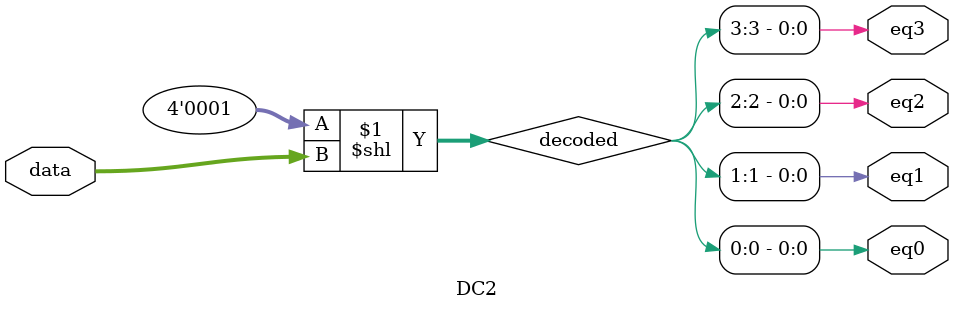
<source format=v>
module DC2 (
    input  wire [1:0] data,
    output wire eq0,
    output wire eq1,
    output wire eq2,
    output wire eq3
);

// Internal signal for decoded output
wire [3:0] decoded;

// Decoding logic
assign decoded = 4'b0001 << data; // Shift 1 to the position specified by data

// Assign outputs
assign eq0 = decoded[0];
assign eq1 = decoded[1];
assign eq2 = decoded[2];
assign eq3 = decoded[3];

endmodule

</source>
